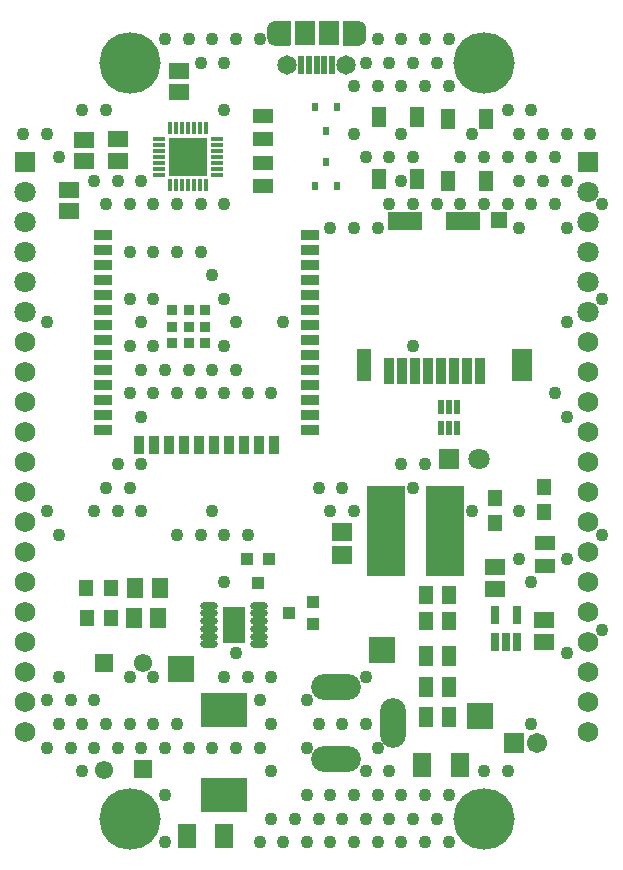
<source format=gts>
G04*
G04 #@! TF.GenerationSoftware,Altium Limited,Altium Designer,22.1.2 (22)*
G04*
G04 Layer_Color=8388736*
%FSLAX25Y25*%
%MOIN*%
G70*
G04*
G04 #@! TF.SameCoordinates,55BB0F9E-9583-49B5-81CB-360D1DA6D785*
G04*
G04*
G04 #@! TF.FilePolarity,Negative*
G04*
G01*
G75*
%ADD22R,0.03543X0.03543*%
%ADD23R,0.03543X0.05906*%
%ADD24R,0.05906X0.03543*%
%ADD31R,0.02362X0.03150*%
%ADD54C,0.02769*%
%ADD55R,0.06509X0.05328*%
%ADD56R,0.13123X0.13123*%
%ADD57O,0.04147X0.01587*%
%ADD58O,0.01587X0.04147*%
%ADD59R,0.02375X0.06115*%
%ADD60R,0.06706X0.08280*%
%ADD61R,0.06509X0.04540*%
%ADD62R,0.04737X0.06902*%
%ADD63R,0.05524X0.05524*%
%ADD64R,0.11430X0.06312*%
%ADD65R,0.06706X0.11036*%
%ADD66R,0.04737X0.11036*%
%ADD67R,0.03556X0.08674*%
%ADD68R,0.05131X0.05524*%
%ADD69R,0.03084X0.06391*%
%ADD70R,0.04934X0.06312*%
%ADD71R,0.08674X0.08674*%
%ADD72R,0.02205X0.04567*%
%ADD73R,0.12611X0.30328*%
%ADD74R,0.06902X0.06115*%
%ADD75R,0.07729X0.12414*%
%ADD76O,0.05918X0.02572*%
%ADD77R,0.03950X0.04343*%
%ADD78R,0.04343X0.03950*%
%ADD79R,0.06115X0.08280*%
%ADD80R,0.15800X0.11800*%
%ADD81R,0.05721X0.06706*%
%ADD82R,0.05131X0.05524*%
%ADD83R,0.04540X0.06509*%
%ADD84O,0.16548X0.08674*%
%ADD85O,0.08674X0.16548*%
%ADD86C,0.06737*%
%ADD87R,0.06737X0.06737*%
%ADD88C,0.06800*%
%ADD89C,0.07099*%
%ADD90R,0.07099X0.07099*%
%ADD91C,0.06509*%
%ADD92R,0.07099X0.07099*%
%ADD93R,0.06115X0.06115*%
%ADD94C,0.06115*%
%ADD95C,0.20485*%
%ADD96C,0.04343*%
%ADD97C,0.02769*%
G36*
X110993Y297102D02*
X111045Y297092D01*
X111094Y297075D01*
X111141Y297052D01*
X111185Y297023D01*
X111224Y296988D01*
X111259Y296949D01*
X111288Y296905D01*
X111311Y296858D01*
X111328Y296809D01*
X111338Y296757D01*
X111342Y296705D01*
Y289224D01*
X111338Y289172D01*
X111328Y289121D01*
X111311Y289071D01*
X111288Y289024D01*
X111259Y288980D01*
X111224Y288941D01*
X111185Y288906D01*
X111141Y288877D01*
X111094Y288854D01*
X111045Y288837D01*
X110993Y288827D01*
X110941Y288824D01*
X105823D01*
X105771Y288827D01*
X105719Y288837D01*
X105669Y288854D01*
X105622Y288877D01*
X105579Y288906D01*
X105539Y288941D01*
X105505Y288980D01*
X105476Y289024D01*
X105453Y289071D01*
X105436Y289121D01*
X105425Y289172D01*
X105422Y289224D01*
Y290792D01*
X103854D01*
X103802Y290795D01*
X103751Y290806D01*
X103701Y290822D01*
X103678Y290834D01*
X103654Y290846D01*
X103610Y290875D01*
X103571Y290909D01*
Y290909D01*
X103571D01*
X103536Y290949D01*
X103507Y290992D01*
X103496Y291016D01*
X103484Y291039D01*
X103467Y291089D01*
X103457Y291141D01*
X103454Y291193D01*
X103454Y294736D01*
Y294736D01*
D01*
X103457Y294789D01*
X103467Y294840D01*
X103484Y294890D01*
X103495Y294913D01*
X103507Y294937D01*
X103536Y294980D01*
X103571Y295020D01*
X103571D01*
Y295020D01*
X103610Y295054D01*
X103654Y295083D01*
X103678Y295095D01*
X103701Y295107D01*
X103751Y295123D01*
X103802Y295134D01*
X103854Y295137D01*
X103854D01*
D01*
X105422D01*
Y296705D01*
X105425Y296757D01*
X105436Y296809D01*
X105453Y296858D01*
X105476Y296905D01*
X105505Y296949D01*
X105539Y296988D01*
X105579Y297023D01*
X105622Y297052D01*
X105669Y297075D01*
X105719Y297092D01*
X105771Y297102D01*
X105823Y297106D01*
X110941D01*
X110993Y297102D01*
D02*
G37*
G36*
X134222D02*
X134273Y297092D01*
X134323Y297075D01*
X134370Y297052D01*
X134413Y297023D01*
X134453Y296988D01*
X134487Y296949D01*
X134516Y296905D01*
X134540Y296858D01*
X134556Y296809D01*
X134567Y296757D01*
X134570Y296705D01*
Y295137D01*
X136138D01*
X136190Y295134D01*
X136241Y295124D01*
X136291Y295107D01*
X136314Y295095D01*
X136338Y295083D01*
X136382Y295054D01*
X136421Y295020D01*
Y295020D01*
X136421D01*
X136456Y294980D01*
X136485Y294937D01*
X136497Y294913D01*
X136508Y294890D01*
X136525Y294840D01*
X136535Y294789D01*
X136539Y294736D01*
X136539Y291193D01*
Y291193D01*
D01*
X136535Y291141D01*
X136525Y291089D01*
X136508Y291039D01*
X136497Y291016D01*
X136485Y290992D01*
X136456Y290949D01*
X136421Y290910D01*
X136421D01*
Y290910D01*
X136382Y290875D01*
X136338Y290846D01*
X136314Y290834D01*
X136291Y290823D01*
X136242Y290806D01*
X136190Y290795D01*
X136138Y290792D01*
X136138D01*
D01*
X134570D01*
Y289224D01*
X134567Y289172D01*
X134556Y289121D01*
X134540Y289071D01*
X134516Y289024D01*
X134487Y288980D01*
X134453Y288941D01*
X134413Y288906D01*
X134370Y288877D01*
X134323Y288854D01*
X134273Y288837D01*
X134222Y288827D01*
X134169Y288824D01*
X129051D01*
X128999Y288827D01*
X128947Y288837D01*
X128898Y288854D01*
X128851Y288877D01*
X128807Y288906D01*
X128768Y288941D01*
X128733Y288980D01*
X128704Y289024D01*
X128681Y289071D01*
X128664Y289121D01*
X128654Y289172D01*
X128650Y289224D01*
Y296705D01*
X128654Y296757D01*
X128664Y296809D01*
X128681Y296858D01*
X128704Y296905D01*
X128733Y296949D01*
X128768Y296988D01*
X128807Y297023D01*
X128851Y297052D01*
X128898Y297075D01*
X128947Y297092D01*
X128999Y297102D01*
X129051Y297106D01*
X134169D01*
X134222Y297102D01*
D02*
G37*
D22*
X71768Y195228D02*
D03*
X82791D02*
D03*
X71768Y189717D02*
D03*
X77280D02*
D03*
X82791D02*
D03*
Y200740D02*
D03*
X77280D02*
D03*
Y195228D02*
D03*
X71768Y200740D02*
D03*
D23*
X105705Y155701D02*
D03*
X100705D02*
D03*
X95705D02*
D03*
X90705D02*
D03*
X85705D02*
D03*
X80705D02*
D03*
X75705D02*
D03*
X70705D02*
D03*
X65705D02*
D03*
X60705D02*
D03*
D24*
X117634Y225622D02*
D03*
Y220622D02*
D03*
Y215622D02*
D03*
Y210622D02*
D03*
Y205622D02*
D03*
Y200622D02*
D03*
Y195622D02*
D03*
Y190622D02*
D03*
Y185622D02*
D03*
Y180622D02*
D03*
Y175622D02*
D03*
Y170622D02*
D03*
Y165622D02*
D03*
Y160622D02*
D03*
X48736D02*
D03*
Y165622D02*
D03*
Y170622D02*
D03*
Y175622D02*
D03*
Y180622D02*
D03*
Y185622D02*
D03*
Y190622D02*
D03*
Y195622D02*
D03*
Y200622D02*
D03*
Y205622D02*
D03*
Y210622D02*
D03*
Y215622D02*
D03*
Y220622D02*
D03*
Y225622D02*
D03*
D31*
X122976Y260555D02*
D03*
X119236Y268508D02*
D03*
X126716D02*
D03*
X123122Y250075D02*
D03*
X126862Y242122D02*
D03*
X119382D02*
D03*
D54*
X135153Y294736D02*
G03*
X135153Y294736I-984J0D01*
G01*
Y291193D02*
G03*
X135153Y291193I-984J0D01*
G01*
X106807Y294736D02*
G03*
X106807Y294736I-984J0D01*
G01*
Y291193D02*
G03*
X106807Y291193I-984J0D01*
G01*
D55*
X53752Y250504D02*
D03*
Y257591D02*
D03*
X42374Y250465D02*
D03*
Y257551D02*
D03*
X37484Y240728D02*
D03*
Y233642D02*
D03*
X74138Y280512D02*
D03*
Y273425D02*
D03*
X179449Y114976D02*
D03*
Y107890D02*
D03*
X195626Y97287D02*
D03*
Y90201D02*
D03*
D56*
X77098Y251807D02*
D03*
D57*
X86646Y257713D02*
D03*
Y255744D02*
D03*
Y253776D02*
D03*
Y251807D02*
D03*
Y249839D02*
D03*
Y247870D02*
D03*
Y245902D02*
D03*
X67551D02*
D03*
Y247870D02*
D03*
Y249839D02*
D03*
Y251807D02*
D03*
Y253776D02*
D03*
Y255744D02*
D03*
Y257713D02*
D03*
D58*
X83004Y242260D02*
D03*
X81035D02*
D03*
X79067D02*
D03*
X77098D02*
D03*
X75130D02*
D03*
X73161D02*
D03*
X71193D02*
D03*
Y261354D02*
D03*
X73161D02*
D03*
X75130D02*
D03*
X77098D02*
D03*
X79067D02*
D03*
X81035D02*
D03*
X83004D02*
D03*
D59*
X125114Y282335D02*
D03*
X122555D02*
D03*
X119996D02*
D03*
X117437D02*
D03*
X114878D02*
D03*
D60*
X123933Y292965D02*
D03*
X116059D02*
D03*
D61*
X102063Y265315D02*
D03*
Y257638D02*
D03*
X101984Y242146D02*
D03*
Y249823D02*
D03*
X195945Y123063D02*
D03*
Y115386D02*
D03*
D62*
X153402Y265138D02*
D03*
Y244468D02*
D03*
X140803Y265138D02*
D03*
Y244468D02*
D03*
X176339Y264567D02*
D03*
Y243898D02*
D03*
X163740Y264567D02*
D03*
Y243898D02*
D03*
D63*
X180862Y230752D02*
D03*
D64*
X149563Y230358D02*
D03*
X168854D02*
D03*
D65*
X188342Y182327D02*
D03*
D66*
X135784D02*
D03*
D67*
X174366Y180358D02*
D03*
X170035D02*
D03*
X165705D02*
D03*
X161374D02*
D03*
X157043D02*
D03*
X152713D02*
D03*
X148382D02*
D03*
X144051D02*
D03*
D68*
X195846Y133508D02*
D03*
Y141776D02*
D03*
X179480Y138016D02*
D03*
Y129748D02*
D03*
D69*
X179394Y90216D02*
D03*
X183134D02*
D03*
X186874D02*
D03*
Y99232D02*
D03*
X179394D02*
D03*
D70*
X156476Y105634D02*
D03*
X163957D02*
D03*
X156476Y97134D02*
D03*
X163957D02*
D03*
D71*
X174291Y65492D02*
D03*
X141618Y87429D02*
D03*
X74654Y80957D02*
D03*
D72*
X166579Y168437D02*
D03*
X164020D02*
D03*
X161461D02*
D03*
X166579Y161350D02*
D03*
X164020D02*
D03*
X161461D02*
D03*
D73*
X162862Y126929D02*
D03*
X143177D02*
D03*
D74*
X128563Y119024D02*
D03*
Y126898D02*
D03*
D75*
X92339Y95744D02*
D03*
D76*
X100606Y89346D02*
D03*
Y91905D02*
D03*
Y94465D02*
D03*
Y97024D02*
D03*
Y99583D02*
D03*
Y102142D02*
D03*
X84071Y89346D02*
D03*
Y91905D02*
D03*
Y94465D02*
D03*
Y97024D02*
D03*
Y99583D02*
D03*
Y102142D02*
D03*
D77*
X104224Y117894D02*
D03*
X96744D02*
D03*
X100484Y109626D02*
D03*
D78*
X118874Y95913D02*
D03*
Y103394D02*
D03*
X110606Y99654D02*
D03*
D79*
X76579Y25394D02*
D03*
X89177D02*
D03*
X155055Y49220D02*
D03*
X167654D02*
D03*
D80*
X89157Y39203D02*
D03*
Y67301D02*
D03*
D81*
X59307Y108110D02*
D03*
X67575D02*
D03*
X58937Y98236D02*
D03*
X67205D02*
D03*
D82*
X43154Y108110D02*
D03*
X51421D02*
D03*
X43244Y97957D02*
D03*
X51512D02*
D03*
D83*
X156508Y85240D02*
D03*
X164185D02*
D03*
X164024Y75124D02*
D03*
X156346D02*
D03*
X156346Y65102D02*
D03*
X164024D02*
D03*
D84*
X126551Y50980D02*
D03*
Y74996D02*
D03*
D85*
X145449Y63185D02*
D03*
D86*
X193441Y56555D02*
D03*
D87*
X185567D02*
D03*
D88*
X22898Y60071D02*
D03*
Y70071D02*
D03*
Y80071D02*
D03*
Y90071D02*
D03*
Y100071D02*
D03*
Y110071D02*
D03*
Y120071D02*
D03*
Y130071D02*
D03*
Y140071D02*
D03*
Y150071D02*
D03*
Y160071D02*
D03*
Y170071D02*
D03*
Y180071D02*
D03*
Y190071D02*
D03*
X210362D02*
D03*
Y60071D02*
D03*
Y70071D02*
D03*
Y80071D02*
D03*
Y90071D02*
D03*
Y100071D02*
D03*
Y110071D02*
D03*
Y120071D02*
D03*
Y130071D02*
D03*
Y140071D02*
D03*
Y150071D02*
D03*
Y160071D02*
D03*
Y170071D02*
D03*
Y180071D02*
D03*
D89*
X22898Y200071D02*
D03*
Y210071D02*
D03*
Y240071D02*
D03*
Y230071D02*
D03*
Y220071D02*
D03*
X174158Y151087D02*
D03*
X210362Y200071D02*
D03*
Y210071D02*
D03*
Y240071D02*
D03*
Y230071D02*
D03*
Y220071D02*
D03*
D90*
X22898Y250071D02*
D03*
X210362D02*
D03*
D91*
X110153Y282335D02*
D03*
X129839D02*
D03*
D92*
X164157Y151087D02*
D03*
D93*
X61929Y47583D02*
D03*
X48937Y82988D02*
D03*
D94*
X61929Y83016D02*
D03*
X48937Y47555D02*
D03*
D95*
X175724Y31220D02*
D03*
X57614Y283189D02*
D03*
X175724D02*
D03*
X57614Y31220D02*
D03*
D96*
X211158Y259567D02*
D03*
X215095Y235945D02*
D03*
Y204449D02*
D03*
Y125709D02*
D03*
Y94213D02*
D03*
X203284Y259567D02*
D03*
Y243819D02*
D03*
Y228071D02*
D03*
Y196575D02*
D03*
Y165079D02*
D03*
Y117835D02*
D03*
Y86339D02*
D03*
X195410Y259567D02*
D03*
X199347Y251693D02*
D03*
X195410Y243819D02*
D03*
X199347Y235945D02*
D03*
Y172953D02*
D03*
X191473Y267441D02*
D03*
X187536Y259567D02*
D03*
X191473Y251693D02*
D03*
X187536Y243819D02*
D03*
X191473Y235945D02*
D03*
X187536Y228071D02*
D03*
Y133583D02*
D03*
Y117835D02*
D03*
X191473Y109961D02*
D03*
Y62717D02*
D03*
X183599Y267441D02*
D03*
Y251693D02*
D03*
Y235945D02*
D03*
Y46969D02*
D03*
X171788Y259567D02*
D03*
X175725Y251693D02*
D03*
Y235945D02*
D03*
X171788Y133583D02*
D03*
X175725Y46969D02*
D03*
X163914Y291063D02*
D03*
Y275315D02*
D03*
X167851Y251693D02*
D03*
Y235945D02*
D03*
X163914Y39095D02*
D03*
Y23347D02*
D03*
X156040Y291063D02*
D03*
X159977Y283189D02*
D03*
X156040Y275315D02*
D03*
X159977Y235945D02*
D03*
X156040Y149331D02*
D03*
Y39095D02*
D03*
X159977Y31221D02*
D03*
X156040Y23347D02*
D03*
X148166Y291063D02*
D03*
X152103Y283189D02*
D03*
X148166Y275315D02*
D03*
Y259567D02*
D03*
X152103Y251693D02*
D03*
X148166Y243819D02*
D03*
X152103Y235945D02*
D03*
Y188701D02*
D03*
X148166Y149331D02*
D03*
X152103Y141457D02*
D03*
X148166Y39095D02*
D03*
X152103Y31221D02*
D03*
X148166Y23347D02*
D03*
X140292Y291063D02*
D03*
X144229Y283189D02*
D03*
X140292Y275315D02*
D03*
X144229Y251693D02*
D03*
Y235945D02*
D03*
X140292Y228071D02*
D03*
Y54843D02*
D03*
X144229Y46969D02*
D03*
X140292Y39095D02*
D03*
X144229Y31221D02*
D03*
X140292Y23347D02*
D03*
X136354Y283189D02*
D03*
X132418Y275315D02*
D03*
Y259567D02*
D03*
X136354Y251693D02*
D03*
X132418Y228071D02*
D03*
Y133583D02*
D03*
X136354Y78465D02*
D03*
Y62717D02*
D03*
Y46969D02*
D03*
X132418Y39095D02*
D03*
X136354Y31221D02*
D03*
X132418Y23347D02*
D03*
X124543Y228071D02*
D03*
X128481Y141457D02*
D03*
X124543Y133583D02*
D03*
X128481Y62717D02*
D03*
X124543Y39095D02*
D03*
X128481Y31221D02*
D03*
X124543Y23347D02*
D03*
X120607Y141457D02*
D03*
X116669Y70591D02*
D03*
X120607Y62717D02*
D03*
X116669Y54843D02*
D03*
Y39095D02*
D03*
X120607Y31221D02*
D03*
X116669Y23347D02*
D03*
X108795Y196575D02*
D03*
X112733Y31221D02*
D03*
X108795Y23347D02*
D03*
X100921Y291063D02*
D03*
X104859Y172953D02*
D03*
Y78465D02*
D03*
X100921Y70591D02*
D03*
X104859Y62717D02*
D03*
X100921Y54843D02*
D03*
X104859Y46969D02*
D03*
Y31221D02*
D03*
X100921Y23347D02*
D03*
X93047Y291063D02*
D03*
Y196575D02*
D03*
Y180827D02*
D03*
X96984Y172953D02*
D03*
Y125709D02*
D03*
X93047Y86339D02*
D03*
X96984Y78465D02*
D03*
X93047Y54843D02*
D03*
X85173Y291063D02*
D03*
X89110Y283189D02*
D03*
Y267441D02*
D03*
Y235945D02*
D03*
X85173Y212323D02*
D03*
X89110Y204449D02*
D03*
Y188701D02*
D03*
X85173Y180827D02*
D03*
X89110Y172953D02*
D03*
X85173Y133583D02*
D03*
X89110Y125709D02*
D03*
Y109961D02*
D03*
Y78465D02*
D03*
X85173Y54843D02*
D03*
X77299Y291063D02*
D03*
X81236Y283189D02*
D03*
Y235945D02*
D03*
Y220197D02*
D03*
X77299Y180827D02*
D03*
X81236Y172953D02*
D03*
Y125709D02*
D03*
X77299Y54843D02*
D03*
X69425Y291063D02*
D03*
X73362Y235945D02*
D03*
Y220197D02*
D03*
X69425Y180827D02*
D03*
X73362Y172953D02*
D03*
Y125709D02*
D03*
Y62717D02*
D03*
X69425Y54843D02*
D03*
Y39095D02*
D03*
Y23347D02*
D03*
X61551Y243819D02*
D03*
X65488Y235945D02*
D03*
Y220197D02*
D03*
Y204449D02*
D03*
X61551Y196575D02*
D03*
X65488Y188701D02*
D03*
X61551Y180827D02*
D03*
X65488Y172953D02*
D03*
X61551Y165079D02*
D03*
Y149331D02*
D03*
Y133583D02*
D03*
X65488Y78465D02*
D03*
Y62717D02*
D03*
X61551Y54843D02*
D03*
X53677Y243819D02*
D03*
X57614Y235945D02*
D03*
Y220197D02*
D03*
Y204449D02*
D03*
Y188701D02*
D03*
Y172953D02*
D03*
X53677Y149331D02*
D03*
X57614Y141457D02*
D03*
X53677Y133583D02*
D03*
X57614Y78465D02*
D03*
Y62717D02*
D03*
X53677Y54843D02*
D03*
X49740Y267441D02*
D03*
X45803Y243819D02*
D03*
X49740Y235945D02*
D03*
Y141457D02*
D03*
X45803Y133583D02*
D03*
Y70591D02*
D03*
X49740Y62717D02*
D03*
X45803Y54843D02*
D03*
X41866Y267441D02*
D03*
X37929Y70591D02*
D03*
X41866Y62717D02*
D03*
X37929Y54843D02*
D03*
X41866Y46969D02*
D03*
X30055Y259567D02*
D03*
X33992Y251693D02*
D03*
X30055Y196575D02*
D03*
Y133583D02*
D03*
X33992Y125709D02*
D03*
Y78465D02*
D03*
X30055Y70591D02*
D03*
X33992Y62717D02*
D03*
X30055Y54843D02*
D03*
X22181Y259567D02*
D03*
D97*
X72768Y247476D02*
D03*
Y251807D02*
D03*
Y256138D02*
D03*
X77098Y247476D02*
D03*
Y251807D02*
D03*
Y256138D02*
D03*
X81429Y247476D02*
D03*
Y251807D02*
D03*
Y256138D02*
D03*
X94504Y91413D02*
D03*
X90173D02*
D03*
X94504Y95744D02*
D03*
X90173D02*
D03*
X94504Y100075D02*
D03*
X90173D02*
D03*
M02*

</source>
